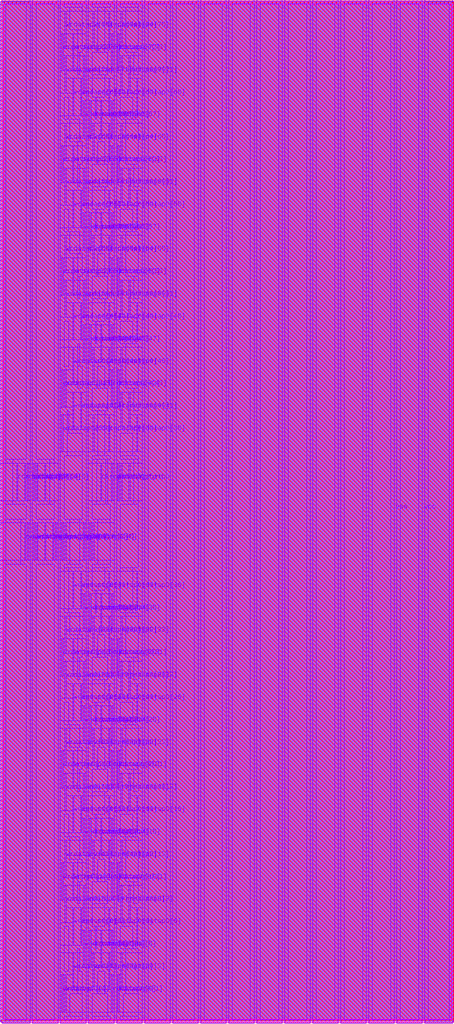
<source format=lef>
VERSION 5.8 ;
BUSBITCHARS "[]" ;
DIVIDERCHAR "/" ;

UNITS
  DATABASE MICRONS 4000 ;
END UNITS

PROPERTYDEFINITIONS
  MACRO hpml_layer STRING ;
  MACRO heml_layer STRING ;
END PROPERTYDEFINITIONS

MACRO arf074b064e1r1w0cbbehsaa4acw
  CLASS BLOCK ;
  FOREIGN arf074b064e1r1w0cbbehsaa4acw ;
  ORIGIN 0 0 ;
  SIZE 14.4 BY 32.64 ;
  PIN ckrdp0
    DIRECTION INPUT ;
    USE SIGNAL ;
    PORT
      LAYER m7 ;
        RECT 3.128 16.68 3.172 17.88 ;
    END
  END ckrdp0
  PIN ckwrp0
    DIRECTION INPUT ;
    USE SIGNAL ;
    PORT
      LAYER m7 ;
        RECT 0.684 14.76 0.728 15.96 ;
    END
  END ckwrp0
  PIN rdaddrp0[0]
    DIRECTION INPUT ;
    USE SIGNAL ;
    PORT
      LAYER m7 ;
        RECT 0.428 16.68 0.472 17.88 ;
    END
  END rdaddrp0[0]
  PIN rdaddrp0[1]
    DIRECTION INPUT ;
    USE SIGNAL ;
    PORT
      LAYER m7 ;
        RECT 0.684 16.68 0.728 17.88 ;
    END
  END rdaddrp0[1]
  PIN rdaddrp0[2]
    DIRECTION INPUT ;
    USE SIGNAL ;
    PORT
      LAYER m7 ;
        RECT 0.772 16.68 0.816 17.88 ;
    END
  END rdaddrp0[2]
  PIN rdaddrp0[3]
    DIRECTION INPUT ;
    USE SIGNAL ;
    PORT
      LAYER m7 ;
        RECT 0.984 16.68 1.028 17.88 ;
    END
  END rdaddrp0[3]
  PIN rdaddrp0[4]
    DIRECTION INPUT ;
    USE SIGNAL ;
    PORT
      LAYER m7 ;
        RECT 1.072 16.68 1.116 17.88 ;
    END
  END rdaddrp0[4]
  PIN rdaddrp0[5]
    DIRECTION INPUT ;
    USE SIGNAL ;
    PORT
      LAYER m7 ;
        RECT 1.328 16.68 1.372 17.88 ;
    END
  END rdaddrp0[5]
  PIN rdaddrp0_fd
    DIRECTION INPUT ;
    USE SIGNAL ;
    PORT
      LAYER m7 ;
        RECT 3.472 16.68 3.516 17.88 ;
    END
  END rdaddrp0_fd
  PIN rdaddrp0_rd
    DIRECTION INPUT ;
    USE SIGNAL ;
    PORT
      LAYER m7 ;
        RECT 3.684 16.68 3.728 17.88 ;
    END
  END rdaddrp0_rd
  PIN rdenp0
    DIRECTION INPUT ;
    USE SIGNAL ;
    PORT
      LAYER m7 ;
        RECT 3.772 16.68 3.816 17.88 ;
    END
  END rdenp0
  PIN sdl_initp0
    DIRECTION INPUT ;
    USE SIGNAL ;
    PORT
      LAYER m7 ;
        RECT 4.028 16.68 4.072 17.88 ;
    END
  END sdl_initp0
  PIN wraddrp0[0]
    DIRECTION INPUT ;
    USE SIGNAL ;
    PORT
      LAYER m7 ;
        RECT 1.672 14.76 1.716 15.96 ;
    END
  END wraddrp0[0]
  PIN wraddrp0[1]
    DIRECTION INPUT ;
    USE SIGNAL ;
    PORT
      LAYER m7 ;
        RECT 1.884 14.76 1.928 15.96 ;
    END
  END wraddrp0[1]
  PIN wraddrp0[2]
    DIRECTION INPUT ;
    USE SIGNAL ;
    PORT
      LAYER m7 ;
        RECT 1.972 14.76 2.016 15.96 ;
    END
  END wraddrp0[2]
  PIN wraddrp0[3]
    DIRECTION INPUT ;
    USE SIGNAL ;
    PORT
      LAYER m7 ;
        RECT 2.572 14.76 2.616 15.96 ;
    END
  END wraddrp0[3]
  PIN wraddrp0[4]
    DIRECTION INPUT ;
    USE SIGNAL ;
    PORT
      LAYER m7 ;
        RECT 2.784 14.76 2.828 15.96 ;
    END
  END wraddrp0[4]
  PIN wraddrp0[5]
    DIRECTION INPUT ;
    USE SIGNAL ;
    PORT
      LAYER m7 ;
        RECT 2.872 14.76 2.916 15.96 ;
    END
  END wraddrp0[5]
  PIN wraddrp0_fd
    DIRECTION INPUT ;
    USE SIGNAL ;
    PORT
      LAYER m7 ;
        RECT 0.772 14.76 0.816 15.96 ;
    END
  END wraddrp0_fd
  PIN wraddrp0_rd
    DIRECTION INPUT ;
    USE SIGNAL ;
    PORT
      LAYER m7 ;
        RECT 0.984 14.76 1.028 15.96 ;
    END
  END wraddrp0_rd
  PIN wrdatap0[0]
    DIRECTION INPUT ;
    USE SIGNAL ;
    PORT
      LAYER m7 ;
        RECT 1.884 0.24 1.928 1.44 ;
    END
  END wrdatap0[0]
  PIN wrdatap0[10]
    DIRECTION INPUT ;
    USE SIGNAL ;
    PORT
      LAYER m7 ;
        RECT 1.884 3.84 1.928 5.04 ;
    END
  END wrdatap0[10]
  PIN wrdatap0[11]
    DIRECTION INPUT ;
    USE SIGNAL ;
    PORT
      LAYER m7 ;
        RECT 2.228 3.84 2.272 5.04 ;
    END
  END wrdatap0[11]
  PIN wrdatap0[12]
    DIRECTION INPUT ;
    USE SIGNAL ;
    PORT
      LAYER m7 ;
        RECT 2.872 4.56 2.916 5.76 ;
    END
  END wrdatap0[12]
  PIN wrdatap0[13]
    DIRECTION INPUT ;
    USE SIGNAL ;
    PORT
      LAYER m7 ;
        RECT 1.972 4.56 2.016 5.76 ;
    END
  END wrdatap0[13]
  PIN wrdatap0[14]
    DIRECTION INPUT ;
    USE SIGNAL ;
    PORT
      LAYER m7 ;
        RECT 2.572 5.28 2.616 6.48 ;
    END
  END wrdatap0[14]
  PIN wrdatap0[15]
    DIRECTION INPUT ;
    USE SIGNAL ;
    PORT
      LAYER m7 ;
        RECT 2.784 5.28 2.828 6.48 ;
    END
  END wrdatap0[15]
  PIN wrdatap0[16]
    DIRECTION INPUT ;
    USE SIGNAL ;
    PORT
      LAYER m7 ;
        RECT 2.228 6 2.272 7.2 ;
    END
  END wrdatap0[16]
  PIN wrdatap0[17]
    DIRECTION INPUT ;
    USE SIGNAL ;
    PORT
      LAYER m7 ;
        RECT 2.484 6 2.528 7.2 ;
    END
  END wrdatap0[17]
  PIN wrdatap0[18]
    DIRECTION INPUT ;
    USE SIGNAL ;
    PORT
      LAYER m7 ;
        RECT 1.972 6.72 2.016 7.92 ;
    END
  END wrdatap0[18]
  PIN wrdatap0[19]
    DIRECTION INPUT ;
    USE SIGNAL ;
    PORT
      LAYER m7 ;
        RECT 2.572 6.72 2.616 7.92 ;
    END
  END wrdatap0[19]
  PIN wrdatap0[1]
    DIRECTION INPUT ;
    USE SIGNAL ;
    PORT
      LAYER m7 ;
        RECT 1.972 0.24 2.016 1.44 ;
    END
  END wrdatap0[1]
  PIN wrdatap0[20]
    DIRECTION INPUT ;
    USE SIGNAL ;
    PORT
      LAYER m7 ;
        RECT 1.884 7.44 1.928 8.64 ;
    END
  END wrdatap0[20]
  PIN wrdatap0[21]
    DIRECTION INPUT ;
    USE SIGNAL ;
    PORT
      LAYER m7 ;
        RECT 2.228 7.44 2.272 8.64 ;
    END
  END wrdatap0[21]
  PIN wrdatap0[22]
    DIRECTION INPUT ;
    USE SIGNAL ;
    PORT
      LAYER m7 ;
        RECT 2.872 8.16 2.916 9.36 ;
    END
  END wrdatap0[22]
  PIN wrdatap0[23]
    DIRECTION INPUT ;
    USE SIGNAL ;
    PORT
      LAYER m7 ;
        RECT 1.972 8.16 2.016 9.36 ;
    END
  END wrdatap0[23]
  PIN wrdatap0[24]
    DIRECTION INPUT ;
    USE SIGNAL ;
    PORT
      LAYER m7 ;
        RECT 2.572 8.88 2.616 10.08 ;
    END
  END wrdatap0[24]
  PIN wrdatap0[25]
    DIRECTION INPUT ;
    USE SIGNAL ;
    PORT
      LAYER m7 ;
        RECT 2.784 8.88 2.828 10.08 ;
    END
  END wrdatap0[25]
  PIN wrdatap0[26]
    DIRECTION INPUT ;
    USE SIGNAL ;
    PORT
      LAYER m7 ;
        RECT 2.228 9.6 2.272 10.8 ;
    END
  END wrdatap0[26]
  PIN wrdatap0[27]
    DIRECTION INPUT ;
    USE SIGNAL ;
    PORT
      LAYER m7 ;
        RECT 2.484 9.6 2.528 10.8 ;
    END
  END wrdatap0[27]
  PIN wrdatap0[28]
    DIRECTION INPUT ;
    USE SIGNAL ;
    PORT
      LAYER m7 ;
        RECT 1.972 10.32 2.016 11.52 ;
    END
  END wrdatap0[28]
  PIN wrdatap0[29]
    DIRECTION INPUT ;
    USE SIGNAL ;
    PORT
      LAYER m7 ;
        RECT 2.572 10.32 2.616 11.52 ;
    END
  END wrdatap0[29]
  PIN wrdatap0[2]
    DIRECTION INPUT ;
    USE SIGNAL ;
    PORT
      LAYER m7 ;
        RECT 2.872 0.96 2.916 2.16 ;
    END
  END wrdatap0[2]
  PIN wrdatap0[30]
    DIRECTION INPUT ;
    USE SIGNAL ;
    PORT
      LAYER m7 ;
        RECT 1.884 11.04 1.928 12.24 ;
    END
  END wrdatap0[30]
  PIN wrdatap0[31]
    DIRECTION INPUT ;
    USE SIGNAL ;
    PORT
      LAYER m7 ;
        RECT 2.228 11.04 2.272 12.24 ;
    END
  END wrdatap0[31]
  PIN wrdatap0[32]
    DIRECTION INPUT ;
    USE SIGNAL ;
    PORT
      LAYER m7 ;
        RECT 2.872 11.76 2.916 12.96 ;
    END
  END wrdatap0[32]
  PIN wrdatap0[33]
    DIRECTION INPUT ;
    USE SIGNAL ;
    PORT
      LAYER m7 ;
        RECT 1.972 11.76 2.016 12.96 ;
    END
  END wrdatap0[33]
  PIN wrdatap0[34]
    DIRECTION INPUT ;
    USE SIGNAL ;
    PORT
      LAYER m7 ;
        RECT 2.572 12.48 2.616 13.68 ;
    END
  END wrdatap0[34]
  PIN wrdatap0[35]
    DIRECTION INPUT ;
    USE SIGNAL ;
    PORT
      LAYER m7 ;
        RECT 2.784 12.48 2.828 13.68 ;
    END
  END wrdatap0[35]
  PIN wrdatap0[36]
    DIRECTION INPUT ;
    USE SIGNAL ;
    PORT
      LAYER m7 ;
        RECT 2.228 13.2 2.272 14.4 ;
    END
  END wrdatap0[36]
  PIN wrdatap0[37]
    DIRECTION INPUT ;
    USE SIGNAL ;
    PORT
      LAYER m7 ;
        RECT 2.484 13.2 2.528 14.4 ;
    END
  END wrdatap0[37]
  PIN wrdatap0[38]
    DIRECTION INPUT ;
    USE SIGNAL ;
    PORT
      LAYER m7 ;
        RECT 2.872 18.24 2.916 19.44 ;
    END
  END wrdatap0[38]
  PIN wrdatap0[39]
    DIRECTION INPUT ;
    USE SIGNAL ;
    PORT
      LAYER m7 ;
        RECT 1.884 18.24 1.928 19.44 ;
    END
  END wrdatap0[39]
  PIN wrdatap0[3]
    DIRECTION INPUT ;
    USE SIGNAL ;
    PORT
      LAYER m7 ;
        RECT 2.228 0.96 2.272 2.16 ;
    END
  END wrdatap0[3]
  PIN wrdatap0[40]
    DIRECTION INPUT ;
    USE SIGNAL ;
    PORT
      LAYER m7 ;
        RECT 2.228 18.96 2.272 20.16 ;
    END
  END wrdatap0[40]
  PIN wrdatap0[41]
    DIRECTION INPUT ;
    USE SIGNAL ;
    PORT
      LAYER m7 ;
        RECT 2.484 18.96 2.528 20.16 ;
    END
  END wrdatap0[41]
  PIN wrdatap0[42]
    DIRECTION INPUT ;
    USE SIGNAL ;
    PORT
      LAYER m7 ;
        RECT 1.884 19.68 1.928 20.88 ;
    END
  END wrdatap0[42]
  PIN wrdatap0[43]
    DIRECTION INPUT ;
    USE SIGNAL ;
    PORT
      LAYER m7 ;
        RECT 1.972 19.68 2.016 20.88 ;
    END
  END wrdatap0[43]
  PIN wrdatap0[44]
    DIRECTION INPUT ;
    USE SIGNAL ;
    PORT
      LAYER m7 ;
        RECT 2.872 20.4 2.916 21.6 ;
    END
  END wrdatap0[44]
  PIN wrdatap0[45]
    DIRECTION INPUT ;
    USE SIGNAL ;
    PORT
      LAYER m7 ;
        RECT 2.228 20.4 2.272 21.6 ;
    END
  END wrdatap0[45]
  PIN wrdatap0[46]
    DIRECTION INPUT ;
    USE SIGNAL ;
    PORT
      LAYER m7 ;
        RECT 2.572 21.12 2.616 22.32 ;
    END
  END wrdatap0[46]
  PIN wrdatap0[47]
    DIRECTION INPUT ;
    USE SIGNAL ;
    PORT
      LAYER m7 ;
        RECT 2.784 21.12 2.828 22.32 ;
    END
  END wrdatap0[47]
  PIN wrdatap0[48]
    DIRECTION INPUT ;
    USE SIGNAL ;
    PORT
      LAYER m7 ;
        RECT 2.228 21.84 2.272 23.04 ;
    END
  END wrdatap0[48]
  PIN wrdatap0[49]
    DIRECTION INPUT ;
    USE SIGNAL ;
    PORT
      LAYER m7 ;
        RECT 2.484 21.84 2.528 23.04 ;
    END
  END wrdatap0[49]
  PIN wrdatap0[4]
    DIRECTION INPUT ;
    USE SIGNAL ;
    PORT
      LAYER m7 ;
        RECT 2.572 1.68 2.616 2.88 ;
    END
  END wrdatap0[4]
  PIN wrdatap0[50]
    DIRECTION INPUT ;
    USE SIGNAL ;
    PORT
      LAYER m7 ;
        RECT 1.972 22.56 2.016 23.76 ;
    END
  END wrdatap0[50]
  PIN wrdatap0[51]
    DIRECTION INPUT ;
    USE SIGNAL ;
    PORT
      LAYER m7 ;
        RECT 2.572 22.56 2.616 23.76 ;
    END
  END wrdatap0[51]
  PIN wrdatap0[52]
    DIRECTION INPUT ;
    USE SIGNAL ;
    PORT
      LAYER m7 ;
        RECT 1.884 23.28 1.928 24.48 ;
    END
  END wrdatap0[52]
  PIN wrdatap0[53]
    DIRECTION INPUT ;
    USE SIGNAL ;
    PORT
      LAYER m7 ;
        RECT 2.228 23.28 2.272 24.48 ;
    END
  END wrdatap0[53]
  PIN wrdatap0[54]
    DIRECTION INPUT ;
    USE SIGNAL ;
    PORT
      LAYER m7 ;
        RECT 2.872 24 2.916 25.2 ;
    END
  END wrdatap0[54]
  PIN wrdatap0[55]
    DIRECTION INPUT ;
    USE SIGNAL ;
    PORT
      LAYER m7 ;
        RECT 1.972 24 2.016 25.2 ;
    END
  END wrdatap0[55]
  PIN wrdatap0[56]
    DIRECTION INPUT ;
    USE SIGNAL ;
    PORT
      LAYER m7 ;
        RECT 2.572 24.72 2.616 25.92 ;
    END
  END wrdatap0[56]
  PIN wrdatap0[57]
    DIRECTION INPUT ;
    USE SIGNAL ;
    PORT
      LAYER m7 ;
        RECT 2.784 24.72 2.828 25.92 ;
    END
  END wrdatap0[57]
  PIN wrdatap0[58]
    DIRECTION INPUT ;
    USE SIGNAL ;
    PORT
      LAYER m7 ;
        RECT 2.228 25.44 2.272 26.64 ;
    END
  END wrdatap0[58]
  PIN wrdatap0[59]
    DIRECTION INPUT ;
    USE SIGNAL ;
    PORT
      LAYER m7 ;
        RECT 2.484 25.44 2.528 26.64 ;
    END
  END wrdatap0[59]
  PIN wrdatap0[5]
    DIRECTION INPUT ;
    USE SIGNAL ;
    PORT
      LAYER m7 ;
        RECT 2.784 1.68 2.828 2.88 ;
    END
  END wrdatap0[5]
  PIN wrdatap0[60]
    DIRECTION INPUT ;
    USE SIGNAL ;
    PORT
      LAYER m7 ;
        RECT 1.972 26.16 2.016 27.36 ;
    END
  END wrdatap0[60]
  PIN wrdatap0[61]
    DIRECTION INPUT ;
    USE SIGNAL ;
    PORT
      LAYER m7 ;
        RECT 2.572 26.16 2.616 27.36 ;
    END
  END wrdatap0[61]
  PIN wrdatap0[62]
    DIRECTION INPUT ;
    USE SIGNAL ;
    PORT
      LAYER m7 ;
        RECT 1.884 26.88 1.928 28.08 ;
    END
  END wrdatap0[62]
  PIN wrdatap0[63]
    DIRECTION INPUT ;
    USE SIGNAL ;
    PORT
      LAYER m7 ;
        RECT 2.228 26.88 2.272 28.08 ;
    END
  END wrdatap0[63]
  PIN wrdatap0[64]
    DIRECTION INPUT ;
    USE SIGNAL ;
    PORT
      LAYER m7 ;
        RECT 2.872 27.6 2.916 28.8 ;
    END
  END wrdatap0[64]
  PIN wrdatap0[65]
    DIRECTION INPUT ;
    USE SIGNAL ;
    PORT
      LAYER m7 ;
        RECT 1.972 27.6 2.016 28.8 ;
    END
  END wrdatap0[65]
  PIN wrdatap0[66]
    DIRECTION INPUT ;
    USE SIGNAL ;
    PORT
      LAYER m7 ;
        RECT 2.572 28.32 2.616 29.52 ;
    END
  END wrdatap0[66]
  PIN wrdatap0[67]
    DIRECTION INPUT ;
    USE SIGNAL ;
    PORT
      LAYER m7 ;
        RECT 2.784 28.32 2.828 29.52 ;
    END
  END wrdatap0[67]
  PIN wrdatap0[68]
    DIRECTION INPUT ;
    USE SIGNAL ;
    PORT
      LAYER m7 ;
        RECT 2.228 29.04 2.272 30.24 ;
    END
  END wrdatap0[68]
  PIN wrdatap0[69]
    DIRECTION INPUT ;
    USE SIGNAL ;
    PORT
      LAYER m7 ;
        RECT 2.484 29.04 2.528 30.24 ;
    END
  END wrdatap0[69]
  PIN wrdatap0[6]
    DIRECTION INPUT ;
    USE SIGNAL ;
    PORT
      LAYER m7 ;
        RECT 2.228 2.4 2.272 3.6 ;
    END
  END wrdatap0[6]
  PIN wrdatap0[70]
    DIRECTION INPUT ;
    USE SIGNAL ;
    PORT
      LAYER m7 ;
        RECT 1.972 29.76 2.016 30.96 ;
    END
  END wrdatap0[70]
  PIN wrdatap0[71]
    DIRECTION INPUT ;
    USE SIGNAL ;
    PORT
      LAYER m7 ;
        RECT 2.572 29.76 2.616 30.96 ;
    END
  END wrdatap0[71]
  PIN wrdatap0[72]
    DIRECTION INPUT ;
    USE SIGNAL ;
    PORT
      LAYER m7 ;
        RECT 1.884 30.48 1.928 31.68 ;
    END
  END wrdatap0[72]
  PIN wrdatap0[73]
    DIRECTION INPUT ;
    USE SIGNAL ;
    PORT
      LAYER m7 ;
        RECT 2.228 30.48 2.272 31.68 ;
    END
  END wrdatap0[73]
  PIN wrdatap0[74]
    DIRECTION INPUT ;
    USE SIGNAL ;
    PORT
      LAYER m7 ;
        RECT 2.872 31.2 2.916 32.4 ;
    END
  END wrdatap0[74]
  PIN wrdatap0[75]
    DIRECTION INPUT ;
    USE SIGNAL ;
    PORT
      LAYER m7 ;
        RECT 1.972 31.2 2.016 32.4 ;
    END
  END wrdatap0[75]
  PIN wrdatap0[7]
    DIRECTION INPUT ;
    USE SIGNAL ;
    PORT
      LAYER m7 ;
        RECT 2.484 2.4 2.528 3.6 ;
    END
  END wrdatap0[7]
  PIN wrdatap0[8]
    DIRECTION INPUT ;
    USE SIGNAL ;
    PORT
      LAYER m7 ;
        RECT 1.972 3.12 2.016 4.32 ;
    END
  END wrdatap0[8]
  PIN wrdatap0[9]
    DIRECTION INPUT ;
    USE SIGNAL ;
    PORT
      LAYER m7 ;
        RECT 2.572 3.12 2.616 4.32 ;
    END
  END wrdatap0[9]
  PIN wrdatap0_fd
    DIRECTION INPUT ;
    USE SIGNAL ;
    PORT
      LAYER m7 ;
        RECT 1.328 14.76 1.372 15.96 ;
    END
  END wrdatap0_fd
  PIN wrdatap0_rd
    DIRECTION INPUT ;
    USE SIGNAL ;
    PORT
      LAYER m7 ;
        RECT 1.584 14.76 1.628 15.96 ;
    END
  END wrdatap0_rd
  PIN wrenp0
    DIRECTION INPUT ;
    USE SIGNAL ;
    PORT
      LAYER m7 ;
        RECT 1.072 14.76 1.116 15.96 ;
    END
  END wrenp0
  PIN rddatap0[0]
    DIRECTION OUTPUT ;
    USE SIGNAL ;
    PORT
      LAYER m7 ;
        RECT 3.472 0.24 3.516 1.44 ;
    END
  END rddatap0[0]
  PIN rddatap0[10]
    DIRECTION OUTPUT ;
    USE SIGNAL ;
    PORT
      LAYER m7 ;
        RECT 3.472 3.84 3.516 5.04 ;
    END
  END rddatap0[10]
  PIN rddatap0[11]
    DIRECTION OUTPUT ;
    USE SIGNAL ;
    PORT
      LAYER m7 ;
        RECT 3.684 3.84 3.728 5.04 ;
    END
  END rddatap0[11]
  PIN rddatap0[12]
    DIRECTION OUTPUT ;
    USE SIGNAL ;
    PORT
      LAYER m7 ;
        RECT 3.384 4.56 3.428 5.76 ;
    END
  END rddatap0[12]
  PIN rddatap0[13]
    DIRECTION OUTPUT ;
    USE SIGNAL ;
    PORT
      LAYER m7 ;
        RECT 3.772 4.56 3.816 5.76 ;
    END
  END rddatap0[13]
  PIN rddatap0[14]
    DIRECTION OUTPUT ;
    USE SIGNAL ;
    PORT
      LAYER m7 ;
        RECT 3.128 5.28 3.172 6.48 ;
    END
  END rddatap0[14]
  PIN rddatap0[15]
    DIRECTION OUTPUT ;
    USE SIGNAL ;
    PORT
      LAYER m7 ;
        RECT 3.472 5.28 3.516 6.48 ;
    END
  END rddatap0[15]
  PIN rddatap0[16]
    DIRECTION OUTPUT ;
    USE SIGNAL ;
    PORT
      LAYER m7 ;
        RECT 4.284 6 4.328 7.2 ;
    END
  END rddatap0[16]
  PIN rddatap0[17]
    DIRECTION OUTPUT ;
    USE SIGNAL ;
    PORT
      LAYER m7 ;
        RECT 3.384 6 3.428 7.2 ;
    END
  END rddatap0[17]
  PIN rddatap0[18]
    DIRECTION OUTPUT ;
    USE SIGNAL ;
    PORT
      LAYER m7 ;
        RECT 3.772 6.72 3.816 7.92 ;
    END
  END rddatap0[18]
  PIN rddatap0[19]
    DIRECTION OUTPUT ;
    USE SIGNAL ;
    PORT
      LAYER m7 ;
        RECT 4.028 6.72 4.072 7.92 ;
    END
  END rddatap0[19]
  PIN rddatap0[1]
    DIRECTION OUTPUT ;
    USE SIGNAL ;
    PORT
      LAYER m7 ;
        RECT 3.684 0.24 3.728 1.44 ;
    END
  END rddatap0[1]
  PIN rddatap0[20]
    DIRECTION OUTPUT ;
    USE SIGNAL ;
    PORT
      LAYER m7 ;
        RECT 3.472 7.44 3.516 8.64 ;
    END
  END rddatap0[20]
  PIN rddatap0[21]
    DIRECTION OUTPUT ;
    USE SIGNAL ;
    PORT
      LAYER m7 ;
        RECT 3.684 7.44 3.728 8.64 ;
    END
  END rddatap0[21]
  PIN rddatap0[22]
    DIRECTION OUTPUT ;
    USE SIGNAL ;
    PORT
      LAYER m7 ;
        RECT 3.384 8.16 3.428 9.36 ;
    END
  END rddatap0[22]
  PIN rddatap0[23]
    DIRECTION OUTPUT ;
    USE SIGNAL ;
    PORT
      LAYER m7 ;
        RECT 3.772 8.16 3.816 9.36 ;
    END
  END rddatap0[23]
  PIN rddatap0[24]
    DIRECTION OUTPUT ;
    USE SIGNAL ;
    PORT
      LAYER m7 ;
        RECT 3.128 8.88 3.172 10.08 ;
    END
  END rddatap0[24]
  PIN rddatap0[25]
    DIRECTION OUTPUT ;
    USE SIGNAL ;
    PORT
      LAYER m7 ;
        RECT 3.472 8.88 3.516 10.08 ;
    END
  END rddatap0[25]
  PIN rddatap0[26]
    DIRECTION OUTPUT ;
    USE SIGNAL ;
    PORT
      LAYER m7 ;
        RECT 4.284 9.6 4.328 10.8 ;
    END
  END rddatap0[26]
  PIN rddatap0[27]
    DIRECTION OUTPUT ;
    USE SIGNAL ;
    PORT
      LAYER m7 ;
        RECT 3.384 9.6 3.428 10.8 ;
    END
  END rddatap0[27]
  PIN rddatap0[28]
    DIRECTION OUTPUT ;
    USE SIGNAL ;
    PORT
      LAYER m7 ;
        RECT 3.772 10.32 3.816 11.52 ;
    END
  END rddatap0[28]
  PIN rddatap0[29]
    DIRECTION OUTPUT ;
    USE SIGNAL ;
    PORT
      LAYER m7 ;
        RECT 4.028 10.32 4.072 11.52 ;
    END
  END rddatap0[29]
  PIN rddatap0[2]
    DIRECTION OUTPUT ;
    USE SIGNAL ;
    PORT
      LAYER m7 ;
        RECT 3.384 0.96 3.428 2.16 ;
    END
  END rddatap0[2]
  PIN rddatap0[30]
    DIRECTION OUTPUT ;
    USE SIGNAL ;
    PORT
      LAYER m7 ;
        RECT 3.472 11.04 3.516 12.24 ;
    END
  END rddatap0[30]
  PIN rddatap0[31]
    DIRECTION OUTPUT ;
    USE SIGNAL ;
    PORT
      LAYER m7 ;
        RECT 3.684 11.04 3.728 12.24 ;
    END
  END rddatap0[31]
  PIN rddatap0[32]
    DIRECTION OUTPUT ;
    USE SIGNAL ;
    PORT
      LAYER m7 ;
        RECT 3.384 11.76 3.428 12.96 ;
    END
  END rddatap0[32]
  PIN rddatap0[33]
    DIRECTION OUTPUT ;
    USE SIGNAL ;
    PORT
      LAYER m7 ;
        RECT 3.772 11.76 3.816 12.96 ;
    END
  END rddatap0[33]
  PIN rddatap0[34]
    DIRECTION OUTPUT ;
    USE SIGNAL ;
    PORT
      LAYER m7 ;
        RECT 3.128 12.48 3.172 13.68 ;
    END
  END rddatap0[34]
  PIN rddatap0[35]
    DIRECTION OUTPUT ;
    USE SIGNAL ;
    PORT
      LAYER m7 ;
        RECT 3.472 12.48 3.516 13.68 ;
    END
  END rddatap0[35]
  PIN rddatap0[36]
    DIRECTION OUTPUT ;
    USE SIGNAL ;
    PORT
      LAYER m7 ;
        RECT 4.284 13.2 4.328 14.4 ;
    END
  END rddatap0[36]
  PIN rddatap0[37]
    DIRECTION OUTPUT ;
    USE SIGNAL ;
    PORT
      LAYER m7 ;
        RECT 3.384 13.2 3.428 14.4 ;
    END
  END rddatap0[37]
  PIN rddatap0[38]
    DIRECTION OUTPUT ;
    USE SIGNAL ;
    PORT
      LAYER m7 ;
        RECT 4.284 18.24 4.328 19.44 ;
    END
  END rddatap0[38]
  PIN rddatap0[39]
    DIRECTION OUTPUT ;
    USE SIGNAL ;
    PORT
      LAYER m7 ;
        RECT 3.384 18.24 3.428 19.44 ;
    END
  END rddatap0[39]
  PIN rddatap0[3]
    DIRECTION OUTPUT ;
    USE SIGNAL ;
    PORT
      LAYER m7 ;
        RECT 3.772 0.96 3.816 2.16 ;
    END
  END rddatap0[3]
  PIN rddatap0[40]
    DIRECTION OUTPUT ;
    USE SIGNAL ;
    PORT
      LAYER m7 ;
        RECT 3.772 18.96 3.816 20.16 ;
    END
  END rddatap0[40]
  PIN rddatap0[41]
    DIRECTION OUTPUT ;
    USE SIGNAL ;
    PORT
      LAYER m7 ;
        RECT 4.028 18.96 4.072 20.16 ;
    END
  END rddatap0[41]
  PIN rddatap0[42]
    DIRECTION OUTPUT ;
    USE SIGNAL ;
    PORT
      LAYER m7 ;
        RECT 3.472 19.68 3.516 20.88 ;
    END
  END rddatap0[42]
  PIN rddatap0[43]
    DIRECTION OUTPUT ;
    USE SIGNAL ;
    PORT
      LAYER m7 ;
        RECT 3.684 19.68 3.728 20.88 ;
    END
  END rddatap0[43]
  PIN rddatap0[44]
    DIRECTION OUTPUT ;
    USE SIGNAL ;
    PORT
      LAYER m7 ;
        RECT 3.384 20.4 3.428 21.6 ;
    END
  END rddatap0[44]
  PIN rddatap0[45]
    DIRECTION OUTPUT ;
    USE SIGNAL ;
    PORT
      LAYER m7 ;
        RECT 3.772 20.4 3.816 21.6 ;
    END
  END rddatap0[45]
  PIN rddatap0[46]
    DIRECTION OUTPUT ;
    USE SIGNAL ;
    PORT
      LAYER m7 ;
        RECT 3.128 21.12 3.172 22.32 ;
    END
  END rddatap0[46]
  PIN rddatap0[47]
    DIRECTION OUTPUT ;
    USE SIGNAL ;
    PORT
      LAYER m7 ;
        RECT 3.472 21.12 3.516 22.32 ;
    END
  END rddatap0[47]
  PIN rddatap0[48]
    DIRECTION OUTPUT ;
    USE SIGNAL ;
    PORT
      LAYER m7 ;
        RECT 4.284 21.84 4.328 23.04 ;
    END
  END rddatap0[48]
  PIN rddatap0[49]
    DIRECTION OUTPUT ;
    USE SIGNAL ;
    PORT
      LAYER m7 ;
        RECT 3.384 21.84 3.428 23.04 ;
    END
  END rddatap0[49]
  PIN rddatap0[4]
    DIRECTION OUTPUT ;
    USE SIGNAL ;
    PORT
      LAYER m7 ;
        RECT 3.128 1.68 3.172 2.88 ;
    END
  END rddatap0[4]
  PIN rddatap0[50]
    DIRECTION OUTPUT ;
    USE SIGNAL ;
    PORT
      LAYER m7 ;
        RECT 3.772 22.56 3.816 23.76 ;
    END
  END rddatap0[50]
  PIN rddatap0[51]
    DIRECTION OUTPUT ;
    USE SIGNAL ;
    PORT
      LAYER m7 ;
        RECT 4.028 22.56 4.072 23.76 ;
    END
  END rddatap0[51]
  PIN rddatap0[52]
    DIRECTION OUTPUT ;
    USE SIGNAL ;
    PORT
      LAYER m7 ;
        RECT 3.472 23.28 3.516 24.48 ;
    END
  END rddatap0[52]
  PIN rddatap0[53]
    DIRECTION OUTPUT ;
    USE SIGNAL ;
    PORT
      LAYER m7 ;
        RECT 3.684 23.28 3.728 24.48 ;
    END
  END rddatap0[53]
  PIN rddatap0[54]
    DIRECTION OUTPUT ;
    USE SIGNAL ;
    PORT
      LAYER m7 ;
        RECT 3.384 24 3.428 25.2 ;
    END
  END rddatap0[54]
  PIN rddatap0[55]
    DIRECTION OUTPUT ;
    USE SIGNAL ;
    PORT
      LAYER m7 ;
        RECT 3.772 24 3.816 25.2 ;
    END
  END rddatap0[55]
  PIN rddatap0[56]
    DIRECTION OUTPUT ;
    USE SIGNAL ;
    PORT
      LAYER m7 ;
        RECT 3.128 24.72 3.172 25.92 ;
    END
  END rddatap0[56]
  PIN rddatap0[57]
    DIRECTION OUTPUT ;
    USE SIGNAL ;
    PORT
      LAYER m7 ;
        RECT 3.472 24.72 3.516 25.92 ;
    END
  END rddatap0[57]
  PIN rddatap0[58]
    DIRECTION OUTPUT ;
    USE SIGNAL ;
    PORT
      LAYER m7 ;
        RECT 4.284 25.44 4.328 26.64 ;
    END
  END rddatap0[58]
  PIN rddatap0[59]
    DIRECTION OUTPUT ;
    USE SIGNAL ;
    PORT
      LAYER m7 ;
        RECT 3.384 25.44 3.428 26.64 ;
    END
  END rddatap0[59]
  PIN rddatap0[5]
    DIRECTION OUTPUT ;
    USE SIGNAL ;
    PORT
      LAYER m7 ;
        RECT 3.472 1.68 3.516 2.88 ;
    END
  END rddatap0[5]
  PIN rddatap0[60]
    DIRECTION OUTPUT ;
    USE SIGNAL ;
    PORT
      LAYER m7 ;
        RECT 3.772 26.16 3.816 27.36 ;
    END
  END rddatap0[60]
  PIN rddatap0[61]
    DIRECTION OUTPUT ;
    USE SIGNAL ;
    PORT
      LAYER m7 ;
        RECT 4.028 26.16 4.072 27.36 ;
    END
  END rddatap0[61]
  PIN rddatap0[62]
    DIRECTION OUTPUT ;
    USE SIGNAL ;
    PORT
      LAYER m7 ;
        RECT 3.472 26.88 3.516 28.08 ;
    END
  END rddatap0[62]
  PIN rddatap0[63]
    DIRECTION OUTPUT ;
    USE SIGNAL ;
    PORT
      LAYER m7 ;
        RECT 3.684 26.88 3.728 28.08 ;
    END
  END rddatap0[63]
  PIN rddatap0[64]
    DIRECTION OUTPUT ;
    USE SIGNAL ;
    PORT
      LAYER m7 ;
        RECT 3.384 27.6 3.428 28.8 ;
    END
  END rddatap0[64]
  PIN rddatap0[65]
    DIRECTION OUTPUT ;
    USE SIGNAL ;
    PORT
      LAYER m7 ;
        RECT 3.772 27.6 3.816 28.8 ;
    END
  END rddatap0[65]
  PIN rddatap0[66]
    DIRECTION OUTPUT ;
    USE SIGNAL ;
    PORT
      LAYER m7 ;
        RECT 3.128 28.32 3.172 29.52 ;
    END
  END rddatap0[66]
  PIN rddatap0[67]
    DIRECTION OUTPUT ;
    USE SIGNAL ;
    PORT
      LAYER m7 ;
        RECT 3.472 28.32 3.516 29.52 ;
    END
  END rddatap0[67]
  PIN rddatap0[68]
    DIRECTION OUTPUT ;
    USE SIGNAL ;
    PORT
      LAYER m7 ;
        RECT 4.284 29.04 4.328 30.24 ;
    END
  END rddatap0[68]
  PIN rddatap0[69]
    DIRECTION OUTPUT ;
    USE SIGNAL ;
    PORT
      LAYER m7 ;
        RECT 3.384 29.04 3.428 30.24 ;
    END
  END rddatap0[69]
  PIN rddatap0[6]
    DIRECTION OUTPUT ;
    USE SIGNAL ;
    PORT
      LAYER m7 ;
        RECT 4.284 2.4 4.328 3.6 ;
    END
  END rddatap0[6]
  PIN rddatap0[70]
    DIRECTION OUTPUT ;
    USE SIGNAL ;
    PORT
      LAYER m7 ;
        RECT 3.772 29.76 3.816 30.96 ;
    END
  END rddatap0[70]
  PIN rddatap0[71]
    DIRECTION OUTPUT ;
    USE SIGNAL ;
    PORT
      LAYER m7 ;
        RECT 4.028 29.76 4.072 30.96 ;
    END
  END rddatap0[71]
  PIN rddatap0[72]
    DIRECTION OUTPUT ;
    USE SIGNAL ;
    PORT
      LAYER m7 ;
        RECT 3.472 30.48 3.516 31.68 ;
    END
  END rddatap0[72]
  PIN rddatap0[73]
    DIRECTION OUTPUT ;
    USE SIGNAL ;
    PORT
      LAYER m7 ;
        RECT 3.684 30.48 3.728 31.68 ;
    END
  END rddatap0[73]
  PIN rddatap0[74]
    DIRECTION OUTPUT ;
    USE SIGNAL ;
    PORT
      LAYER m7 ;
        RECT 3.384 31.2 3.428 32.4 ;
    END
  END rddatap0[74]
  PIN rddatap0[75]
    DIRECTION OUTPUT ;
    USE SIGNAL ;
    PORT
      LAYER m7 ;
        RECT 3.772 31.2 3.816 32.4 ;
    END
  END rddatap0[75]
  PIN rddatap0[7]
    DIRECTION OUTPUT ;
    USE SIGNAL ;
    PORT
      LAYER m7 ;
        RECT 3.384 2.4 3.428 3.6 ;
    END
  END rddatap0[7]
  PIN rddatap0[8]
    DIRECTION OUTPUT ;
    USE SIGNAL ;
    PORT
      LAYER m7 ;
        RECT 3.772 3.12 3.816 4.32 ;
    END
  END rddatap0[8]
  PIN rddatap0[9]
    DIRECTION OUTPUT ;
    USE SIGNAL ;
    PORT
      LAYER m7 ;
        RECT 4.028 3.12 4.072 4.32 ;
    END
  END rddatap0[9]
  PIN vcc
    DIRECTION INPUT ;
    USE POWER ;
    PORT
      LAYER m7 ;
        RECT 0.862 0.06 0.938 32.58 ;
        RECT 2.662 0.06 2.738 32.58 ;
        RECT 4.462 0.06 4.538 32.58 ;
        RECT 6.262 0.06 6.338 32.58 ;
        RECT 8.062 0.06 8.138 32.58 ;
        RECT 9.862 0.06 9.938 32.58 ;
        RECT 11.662 0.06 11.738 32.58 ;
        RECT 13.462 0.06 13.538 32.58 ;
    END
  END vcc
  PIN vss
    DIRECTION INOUT ;
    USE GROUND ;
    PORT
      LAYER m7 ;
        RECT 1.762 0.06 1.838 32.58 ;
        RECT 3.562 0.06 3.638 32.58 ;
        RECT 5.362 0.06 5.438 32.58 ;
        RECT 7.162 0.06 7.238 32.58 ;
        RECT 8.962 0.06 9.038 32.58 ;
        RECT 10.762 0.06 10.838 32.58 ;
        RECT 12.562 0.06 12.638 32.58 ;
    END
  END vss
  OBS
    LAYER m0 SPACING 0 ;
      RECT -0.016 -0.014 14.416 32.654 ;
    LAYER m1 SPACING 0 ;
      RECT -0.02 -0.02 14.42 32.66 ;
    LAYER m2 SPACING 0 ;
      RECT -0.0705 -0.038 14.4705 32.678 ;
    LAYER m3 SPACING 0 ;
      RECT -0.035 -0.07 14.435 32.71 ;
    LAYER m4 SPACING 0 ;
      RECT -0.07 -0.038 14.47 32.678 ;
    LAYER m5 SPACING 0 ;
      RECT -0.059 -0.09 14.459 32.73 ;
    LAYER m6 SPACING 0 ;
      RECT -0.09 -0.062 14.49 32.702 ;
    LAYER m7 SPACING 0 ;
      RECT 13.538 32.7 14.44 32.76 ;
      RECT 13.538 -0.06 14.492 32.7 ;
      RECT 13.538 -0.12 14.44 -0.06 ;
      RECT 12.638 -0.12 13.462 32.76 ;
      RECT 11.738 -0.12 12.562 32.76 ;
      RECT 10.838 -0.12 11.662 32.76 ;
      RECT 9.938 -0.12 10.762 32.76 ;
      RECT 9.038 -0.12 9.862 32.76 ;
      RECT 8.138 -0.12 8.962 32.76 ;
      RECT 7.238 -0.12 8.062 32.76 ;
      RECT 6.338 -0.12 7.162 32.76 ;
      RECT 5.438 -0.12 6.262 32.76 ;
      RECT 4.538 -0.12 5.362 32.76 ;
      RECT 3.638 32.4 4.462 32.76 ;
      RECT 3.638 31.68 3.772 32.4 ;
      RECT 3.816 31.2 4.462 32.4 ;
      RECT 3.728 31.2 3.772 31.68 ;
      RECT 3.728 30.96 4.462 31.2 ;
      RECT 3.638 30.48 3.684 31.68 ;
      RECT 3.728 30.48 3.772 30.96 ;
      RECT 4.072 30.24 4.462 30.96 ;
      RECT 3.816 29.76 4.028 30.96 ;
      RECT 3.638 29.76 3.772 30.48 ;
      RECT 4.072 29.76 4.284 30.24 ;
      RECT 4.328 29.04 4.462 30.24 ;
      RECT 3.638 29.04 4.284 29.76 ;
      RECT 3.638 28.8 4.462 29.04 ;
      RECT 3.638 28.08 3.772 28.8 ;
      RECT 3.816 27.6 4.462 28.8 ;
      RECT 3.728 27.6 3.772 28.08 ;
      RECT 3.728 27.36 4.462 27.6 ;
      RECT 3.638 26.88 3.684 28.08 ;
      RECT 3.728 26.88 3.772 27.36 ;
      RECT 4.072 26.64 4.462 27.36 ;
      RECT 3.816 26.16 4.028 27.36 ;
      RECT 3.638 26.16 3.772 26.88 ;
      RECT 4.072 26.16 4.284 26.64 ;
      RECT 4.328 25.44 4.462 26.64 ;
      RECT 3.638 25.44 4.284 26.16 ;
      RECT 3.638 25.2 4.462 25.44 ;
      RECT 3.638 24.48 3.772 25.2 ;
      RECT 3.816 24 4.462 25.2 ;
      RECT 3.728 24 3.772 24.48 ;
      RECT 3.728 23.76 4.462 24 ;
      RECT 3.638 23.28 3.684 24.48 ;
      RECT 3.728 23.28 3.772 23.76 ;
      RECT 4.072 23.04 4.462 23.76 ;
      RECT 3.816 22.56 4.028 23.76 ;
      RECT 3.638 22.56 3.772 23.28 ;
      RECT 4.072 22.56 4.284 23.04 ;
      RECT 4.328 21.84 4.462 23.04 ;
      RECT 3.638 21.84 4.284 22.56 ;
      RECT 3.638 21.6 4.462 21.84 ;
      RECT 3.638 20.88 3.772 21.6 ;
      RECT 3.816 20.4 4.462 21.6 ;
      RECT 3.728 20.4 3.772 20.88 ;
      RECT 3.728 20.16 4.462 20.4 ;
      RECT 3.638 19.68 3.684 20.88 ;
      RECT 3.728 19.68 3.772 20.16 ;
      RECT 4.072 19.44 4.462 20.16 ;
      RECT 3.816 18.96 4.028 20.16 ;
      RECT 3.638 18.96 3.772 19.68 ;
      RECT 4.072 18.96 4.284 19.44 ;
      RECT 4.328 18.24 4.462 19.44 ;
      RECT 3.638 18.24 4.284 18.96 ;
      RECT 3.638 17.88 4.462 18.24 ;
      RECT 3.638 16.68 3.684 17.88 ;
      RECT 3.728 16.68 3.772 17.88 ;
      RECT 3.816 16.68 4.028 17.88 ;
      RECT 4.072 16.68 4.462 17.88 ;
      RECT 3.638 14.4 4.462 16.68 ;
      RECT 3.638 13.2 4.284 14.4 ;
      RECT 4.328 13.2 4.462 14.4 ;
      RECT 3.638 12.96 4.462 13.2 ;
      RECT 3.638 12.24 3.772 12.96 ;
      RECT 3.816 11.76 4.462 12.96 ;
      RECT 3.728 11.76 3.772 12.24 ;
      RECT 3.728 11.52 4.462 11.76 ;
      RECT 3.638 11.04 3.684 12.24 ;
      RECT 3.728 11.04 3.772 11.52 ;
      RECT 4.072 10.8 4.462 11.52 ;
      RECT 3.816 10.32 4.028 11.52 ;
      RECT 3.638 10.32 3.772 11.04 ;
      RECT 4.072 10.32 4.284 10.8 ;
      RECT 4.328 9.6 4.462 10.8 ;
      RECT 3.638 9.6 4.284 10.32 ;
      RECT 3.638 9.36 4.462 9.6 ;
      RECT 3.638 8.64 3.772 9.36 ;
      RECT 3.816 8.16 4.462 9.36 ;
      RECT 3.728 8.16 3.772 8.64 ;
      RECT 3.728 7.92 4.462 8.16 ;
      RECT 3.638 7.44 3.684 8.64 ;
      RECT 3.728 7.44 3.772 7.92 ;
      RECT 4.072 7.2 4.462 7.92 ;
      RECT 3.816 6.72 4.028 7.92 ;
      RECT 3.638 6.72 3.772 7.44 ;
      RECT 4.072 6.72 4.284 7.2 ;
      RECT 4.328 6 4.462 7.2 ;
      RECT 3.638 6 4.284 6.72 ;
      RECT 3.638 5.76 4.462 6 ;
      RECT 3.638 5.04 3.772 5.76 ;
      RECT 3.816 4.56 4.462 5.76 ;
      RECT 3.728 4.56 3.772 5.04 ;
      RECT 3.728 4.32 4.462 4.56 ;
      RECT 3.638 3.84 3.684 5.04 ;
      RECT 3.728 3.84 3.772 4.32 ;
      RECT 4.072 3.6 4.462 4.32 ;
      RECT 3.816 3.12 4.028 4.32 ;
      RECT 3.638 3.12 3.772 3.84 ;
      RECT 4.072 3.12 4.284 3.6 ;
      RECT 4.328 2.4 4.462 3.6 ;
      RECT 3.638 2.4 4.284 3.12 ;
      RECT 3.638 2.16 4.462 2.4 ;
      RECT 3.638 1.44 3.772 2.16 ;
      RECT 3.816 0.96 4.462 2.16 ;
      RECT 3.728 0.96 3.772 1.44 ;
      RECT 3.638 0.24 3.684 1.44 ;
      RECT 3.728 0.24 4.462 0.96 ;
      RECT 3.638 -0.12 4.462 0.24 ;
      RECT 2.738 32.4 3.562 32.76 ;
      RECT 3.428 31.68 3.562 32.4 ;
      RECT 2.738 31.2 2.872 32.4 ;
      RECT 2.916 31.2 3.384 32.4 ;
      RECT 3.428 31.2 3.472 31.68 ;
      RECT 3.516 30.48 3.562 31.68 ;
      RECT 2.738 30.48 3.472 31.2 ;
      RECT 2.738 30.24 3.562 30.48 ;
      RECT 2.738 29.52 3.384 30.24 ;
      RECT 3.428 29.52 3.562 30.24 ;
      RECT 3.172 29.04 3.384 29.52 ;
      RECT 3.428 29.04 3.472 29.52 ;
      RECT 2.828 28.8 3.128 29.52 ;
      RECT 3.172 28.8 3.472 29.04 ;
      RECT 2.738 28.32 2.784 29.52 ;
      RECT 3.516 28.32 3.562 29.52 ;
      RECT 2.828 28.32 2.872 28.8 ;
      RECT 2.916 28.32 3.128 28.8 ;
      RECT 3.172 28.32 3.384 28.8 ;
      RECT 3.428 28.32 3.472 28.8 ;
      RECT 3.428 28.08 3.562 28.32 ;
      RECT 2.738 27.6 2.872 28.32 ;
      RECT 2.916 27.6 3.384 28.32 ;
      RECT 3.428 27.6 3.472 28.08 ;
      RECT 3.516 26.88 3.562 28.08 ;
      RECT 2.738 26.88 3.472 27.6 ;
      RECT 2.738 26.64 3.562 26.88 ;
      RECT 2.738 25.92 3.384 26.64 ;
      RECT 3.428 25.92 3.562 26.64 ;
      RECT 3.172 25.44 3.384 25.92 ;
      RECT 3.428 25.44 3.472 25.92 ;
      RECT 2.828 25.2 3.128 25.92 ;
      RECT 3.172 25.2 3.472 25.44 ;
      RECT 2.738 24.72 2.784 25.92 ;
      RECT 3.516 24.72 3.562 25.92 ;
      RECT 2.828 24.72 2.872 25.2 ;
      RECT 2.916 24.72 3.128 25.2 ;
      RECT 3.172 24.72 3.384 25.2 ;
      RECT 3.428 24.72 3.472 25.2 ;
      RECT 3.428 24.48 3.562 24.72 ;
      RECT 2.738 24 2.872 24.72 ;
      RECT 2.916 24 3.384 24.72 ;
      RECT 3.428 24 3.472 24.48 ;
      RECT 3.516 23.28 3.562 24.48 ;
      RECT 2.738 23.28 3.472 24 ;
      RECT 2.738 23.04 3.562 23.28 ;
      RECT 2.738 22.32 3.384 23.04 ;
      RECT 3.428 22.32 3.562 23.04 ;
      RECT 3.172 21.84 3.384 22.32 ;
      RECT 3.428 21.84 3.472 22.32 ;
      RECT 2.828 21.6 3.128 22.32 ;
      RECT 3.172 21.6 3.472 21.84 ;
      RECT 2.738 21.12 2.784 22.32 ;
      RECT 3.516 21.12 3.562 22.32 ;
      RECT 2.828 21.12 2.872 21.6 ;
      RECT 2.916 21.12 3.128 21.6 ;
      RECT 3.172 21.12 3.384 21.6 ;
      RECT 3.428 21.12 3.472 21.6 ;
      RECT 3.428 20.88 3.562 21.12 ;
      RECT 2.738 20.4 2.872 21.12 ;
      RECT 2.916 20.4 3.384 21.12 ;
      RECT 3.428 20.4 3.472 20.88 ;
      RECT 3.516 19.68 3.562 20.88 ;
      RECT 2.738 19.68 3.472 20.4 ;
      RECT 2.738 19.44 3.562 19.68 ;
      RECT 2.738 18.24 2.872 19.44 ;
      RECT 2.916 18.24 3.384 19.44 ;
      RECT 3.428 18.24 3.562 19.44 ;
      RECT 2.738 17.88 3.562 18.24 ;
      RECT 2.738 16.68 3.128 17.88 ;
      RECT 3.172 16.68 3.472 17.88 ;
      RECT 3.516 16.68 3.562 17.88 ;
      RECT 2.738 15.96 3.562 16.68 ;
      RECT 2.738 14.76 2.784 15.96 ;
      RECT 2.828 14.76 2.872 15.96 ;
      RECT 2.916 14.76 3.562 15.96 ;
      RECT 2.738 14.4 3.562 14.76 ;
      RECT 2.738 13.68 3.384 14.4 ;
      RECT 3.428 13.68 3.562 14.4 ;
      RECT 3.172 13.2 3.384 13.68 ;
      RECT 3.428 13.2 3.472 13.68 ;
      RECT 2.828 12.96 3.128 13.68 ;
      RECT 3.172 12.96 3.472 13.2 ;
      RECT 2.738 12.48 2.784 13.68 ;
      RECT 3.516 12.48 3.562 13.68 ;
      RECT 2.828 12.48 2.872 12.96 ;
      RECT 2.916 12.48 3.128 12.96 ;
      RECT 3.172 12.48 3.384 12.96 ;
      RECT 3.428 12.48 3.472 12.96 ;
      RECT 3.428 12.24 3.562 12.48 ;
      RECT 2.738 11.76 2.872 12.48 ;
      RECT 2.916 11.76 3.384 12.48 ;
      RECT 3.428 11.76 3.472 12.24 ;
      RECT 3.516 11.04 3.562 12.24 ;
      RECT 2.738 11.04 3.472 11.76 ;
      RECT 2.738 10.8 3.562 11.04 ;
      RECT 2.738 10.08 3.384 10.8 ;
      RECT 3.428 10.08 3.562 10.8 ;
      RECT 3.172 9.6 3.384 10.08 ;
      RECT 3.428 9.6 3.472 10.08 ;
      RECT 2.828 9.36 3.128 10.08 ;
      RECT 3.172 9.36 3.472 9.6 ;
      RECT 2.738 8.88 2.784 10.08 ;
      RECT 3.516 8.88 3.562 10.08 ;
      RECT 2.828 8.88 2.872 9.36 ;
      RECT 2.916 8.88 3.128 9.36 ;
      RECT 3.172 8.88 3.384 9.36 ;
      RECT 3.428 8.88 3.472 9.36 ;
      RECT 3.428 8.64 3.562 8.88 ;
      RECT 2.738 8.16 2.872 8.88 ;
      RECT 2.916 8.16 3.384 8.88 ;
      RECT 3.428 8.16 3.472 8.64 ;
      RECT 3.516 7.44 3.562 8.64 ;
      RECT 2.738 7.44 3.472 8.16 ;
      RECT 2.738 7.2 3.562 7.44 ;
      RECT 2.738 6.48 3.384 7.2 ;
      RECT 3.428 6.48 3.562 7.2 ;
      RECT 3.172 6 3.384 6.48 ;
      RECT 3.428 6 3.472 6.48 ;
      RECT 2.828 5.76 3.128 6.48 ;
      RECT 3.172 5.76 3.472 6 ;
      RECT 2.738 5.28 2.784 6.48 ;
      RECT 3.516 5.28 3.562 6.48 ;
      RECT 2.828 5.28 2.872 5.76 ;
      RECT 2.916 5.28 3.128 5.76 ;
      RECT 3.172 5.28 3.384 5.76 ;
      RECT 3.428 5.28 3.472 5.76 ;
      RECT 3.428 5.04 3.562 5.28 ;
      RECT 2.738 4.56 2.872 5.28 ;
      RECT 2.916 4.56 3.384 5.28 ;
      RECT 3.428 4.56 3.472 5.04 ;
      RECT 3.516 3.84 3.562 5.04 ;
      RECT 2.738 3.84 3.472 4.56 ;
      RECT 2.738 3.6 3.562 3.84 ;
      RECT 2.738 2.88 3.384 3.6 ;
      RECT 3.428 2.88 3.562 3.6 ;
      RECT 3.172 2.4 3.384 2.88 ;
      RECT 3.428 2.4 3.472 2.88 ;
      RECT 2.828 2.16 3.128 2.88 ;
      RECT 3.172 2.16 3.472 2.4 ;
      RECT 2.738 1.68 2.784 2.88 ;
      RECT 3.516 1.68 3.562 2.88 ;
      RECT 2.828 1.68 2.872 2.16 ;
      RECT 2.916 1.68 3.128 2.16 ;
      RECT 3.172 1.68 3.384 2.16 ;
      RECT 3.428 1.68 3.472 2.16 ;
      RECT 3.428 1.44 3.562 1.68 ;
      RECT 2.738 0.96 2.872 1.68 ;
      RECT 2.916 0.96 3.384 1.68 ;
      RECT 3.428 0.96 3.472 1.44 ;
      RECT 3.516 0.24 3.562 1.44 ;
      RECT 2.738 0.24 3.472 0.96 ;
      RECT 2.738 -0.12 3.562 0.24 ;
      RECT 1.838 32.4 2.662 32.76 ;
      RECT 1.838 31.68 1.972 32.4 ;
      RECT 2.016 31.68 2.662 32.4 ;
      RECT 1.928 31.2 1.972 31.68 ;
      RECT 2.016 31.2 2.228 31.68 ;
      RECT 2.272 30.96 2.662 31.68 ;
      RECT 1.928 30.96 2.228 31.2 ;
      RECT 1.838 30.48 1.884 31.68 ;
      RECT 1.928 30.48 1.972 30.96 ;
      RECT 2.016 30.48 2.228 30.96 ;
      RECT 2.272 30.48 2.572 30.96 ;
      RECT 2.016 30.24 2.572 30.48 ;
      RECT 2.616 29.76 2.662 30.96 ;
      RECT 1.838 29.76 1.972 30.48 ;
      RECT 2.016 29.76 2.228 30.24 ;
      RECT 2.528 29.76 2.572 30.24 ;
      RECT 2.528 29.52 2.662 29.76 ;
      RECT 2.272 29.04 2.484 30.24 ;
      RECT 1.838 29.04 2.228 29.76 ;
      RECT 2.528 29.04 2.572 29.52 ;
      RECT 1.838 28.8 2.572 29.04 ;
      RECT 2.616 28.32 2.662 29.52 ;
      RECT 2.016 28.32 2.572 28.8 ;
      RECT 1.838 28.08 1.972 28.8 ;
      RECT 2.016 28.08 2.662 28.32 ;
      RECT 1.928 27.6 1.972 28.08 ;
      RECT 2.016 27.6 2.228 28.08 ;
      RECT 2.272 27.36 2.662 28.08 ;
      RECT 1.928 27.36 2.228 27.6 ;
      RECT 1.838 26.88 1.884 28.08 ;
      RECT 1.928 26.88 1.972 27.36 ;
      RECT 2.016 26.88 2.228 27.36 ;
      RECT 2.272 26.88 2.572 27.36 ;
      RECT 2.016 26.64 2.572 26.88 ;
      RECT 2.616 26.16 2.662 27.36 ;
      RECT 1.838 26.16 1.972 26.88 ;
      RECT 2.016 26.16 2.228 26.64 ;
      RECT 2.528 26.16 2.572 26.64 ;
      RECT 2.528 25.92 2.662 26.16 ;
      RECT 2.272 25.44 2.484 26.64 ;
      RECT 1.838 25.44 2.228 26.16 ;
      RECT 2.528 25.44 2.572 25.92 ;
      RECT 1.838 25.2 2.572 25.44 ;
      RECT 2.616 24.72 2.662 25.92 ;
      RECT 2.016 24.72 2.572 25.2 ;
      RECT 1.838 24.48 1.972 25.2 ;
      RECT 2.016 24.48 2.662 24.72 ;
      RECT 1.928 24 1.972 24.48 ;
      RECT 2.016 24 2.228 24.48 ;
      RECT 2.272 23.76 2.662 24.48 ;
      RECT 1.928 23.76 2.228 24 ;
      RECT 1.838 23.28 1.884 24.48 ;
      RECT 1.928 23.28 1.972 23.76 ;
      RECT 2.016 23.28 2.228 23.76 ;
      RECT 2.272 23.28 2.572 23.76 ;
      RECT 2.016 23.04 2.572 23.28 ;
      RECT 2.616 22.56 2.662 23.76 ;
      RECT 1.838 22.56 1.972 23.28 ;
      RECT 2.016 22.56 2.228 23.04 ;
      RECT 2.528 22.56 2.572 23.04 ;
      RECT 2.528 22.32 2.662 22.56 ;
      RECT 2.272 21.84 2.484 23.04 ;
      RECT 1.838 21.84 2.228 22.56 ;
      RECT 2.528 21.84 2.572 22.32 ;
      RECT 1.838 21.6 2.572 21.84 ;
      RECT 2.616 21.12 2.662 22.32 ;
      RECT 2.272 21.12 2.572 21.6 ;
      RECT 1.838 20.88 2.228 21.6 ;
      RECT 2.272 20.4 2.662 21.12 ;
      RECT 2.016 20.4 2.228 20.88 ;
      RECT 2.016 20.16 2.662 20.4 ;
      RECT 1.838 19.68 1.884 20.88 ;
      RECT 1.928 19.68 1.972 20.88 ;
      RECT 2.016 19.68 2.228 20.16 ;
      RECT 1.838 19.44 2.228 19.68 ;
      RECT 2.272 18.96 2.484 20.16 ;
      RECT 2.528 18.96 2.662 20.16 ;
      RECT 1.928 18.96 2.228 19.44 ;
      RECT 1.838 18.24 1.884 19.44 ;
      RECT 1.928 18.24 2.662 18.96 ;
      RECT 1.838 15.96 2.662 18.24 ;
      RECT 1.838 14.76 1.884 15.96 ;
      RECT 1.928 14.76 1.972 15.96 ;
      RECT 2.016 14.76 2.572 15.96 ;
      RECT 2.616 14.76 2.662 15.96 ;
      RECT 1.838 14.4 2.662 14.76 ;
      RECT 2.528 13.68 2.662 14.4 ;
      RECT 1.838 13.2 2.228 14.4 ;
      RECT 2.272 13.2 2.484 14.4 ;
      RECT 2.528 13.2 2.572 13.68 ;
      RECT 1.838 12.96 2.572 13.2 ;
      RECT 2.616 12.48 2.662 13.68 ;
      RECT 2.016 12.48 2.572 12.96 ;
      RECT 1.838 12.24 1.972 12.96 ;
      RECT 2.016 12.24 2.662 12.48 ;
      RECT 1.928 11.76 1.972 12.24 ;
      RECT 2.016 11.76 2.228 12.24 ;
      RECT 2.272 11.52 2.662 12.24 ;
      RECT 1.928 11.52 2.228 11.76 ;
      RECT 1.838 11.04 1.884 12.24 ;
      RECT 1.928 11.04 1.972 11.52 ;
      RECT 2.016 11.04 2.228 11.52 ;
      RECT 2.272 11.04 2.572 11.52 ;
      RECT 2.016 10.8 2.572 11.04 ;
      RECT 2.616 10.32 2.662 11.52 ;
      RECT 1.838 10.32 1.972 11.04 ;
      RECT 2.016 10.32 2.228 10.8 ;
      RECT 2.528 10.32 2.572 10.8 ;
      RECT 2.528 10.08 2.662 10.32 ;
      RECT 2.272 9.6 2.484 10.8 ;
      RECT 1.838 9.6 2.228 10.32 ;
      RECT 2.528 9.6 2.572 10.08 ;
      RECT 1.838 9.36 2.572 9.6 ;
      RECT 2.616 8.88 2.662 10.08 ;
      RECT 2.016 8.88 2.572 9.36 ;
      RECT 1.838 8.64 1.972 9.36 ;
      RECT 2.016 8.64 2.662 8.88 ;
      RECT 1.928 8.16 1.972 8.64 ;
      RECT 2.016 8.16 2.228 8.64 ;
      RECT 2.272 7.92 2.662 8.64 ;
      RECT 1.928 7.92 2.228 8.16 ;
      RECT 1.838 7.44 1.884 8.64 ;
      RECT 1.928 7.44 1.972 7.92 ;
      RECT 2.016 7.44 2.228 7.92 ;
      RECT 2.272 7.44 2.572 7.92 ;
      RECT 2.016 7.2 2.572 7.44 ;
      RECT 2.616 6.72 2.662 7.92 ;
      RECT 1.838 6.72 1.972 7.44 ;
      RECT 2.016 6.72 2.228 7.2 ;
      RECT 2.528 6.72 2.572 7.2 ;
      RECT 2.528 6.48 2.662 6.72 ;
      RECT 2.272 6 2.484 7.2 ;
      RECT 1.838 6 2.228 6.72 ;
      RECT 2.528 6 2.572 6.48 ;
      RECT 1.838 5.76 2.572 6 ;
      RECT 2.616 5.28 2.662 6.48 ;
      RECT 2.016 5.28 2.572 5.76 ;
      RECT 1.838 5.04 1.972 5.76 ;
      RECT 2.016 5.04 2.662 5.28 ;
      RECT 1.928 4.56 1.972 5.04 ;
      RECT 2.016 4.56 2.228 5.04 ;
      RECT 2.272 4.32 2.662 5.04 ;
      RECT 1.928 4.32 2.228 4.56 ;
      RECT 1.838 3.84 1.884 5.04 ;
      RECT 1.928 3.84 1.972 4.32 ;
      RECT 2.016 3.84 2.228 4.32 ;
      RECT 2.272 3.84 2.572 4.32 ;
      RECT 2.016 3.6 2.572 3.84 ;
      RECT 2.616 3.12 2.662 4.32 ;
      RECT 1.838 3.12 1.972 3.84 ;
      RECT 2.016 3.12 2.228 3.6 ;
      RECT 2.528 3.12 2.572 3.6 ;
      RECT 2.528 2.88 2.662 3.12 ;
      RECT 2.272 2.4 2.484 3.6 ;
      RECT 1.838 2.4 2.228 3.12 ;
      RECT 2.528 2.4 2.572 2.88 ;
      RECT 1.838 2.16 2.572 2.4 ;
      RECT 2.616 1.68 2.662 2.88 ;
      RECT 2.272 1.68 2.572 2.16 ;
      RECT 1.838 1.44 2.228 2.16 ;
      RECT 2.272 0.96 2.662 1.68 ;
      RECT 2.016 0.96 2.228 1.44 ;
      RECT 1.838 0.24 1.884 1.44 ;
      RECT 1.928 0.24 1.972 1.44 ;
      RECT 2.016 0.24 2.662 0.96 ;
      RECT 1.838 -0.12 2.662 0.24 ;
      RECT 0.938 17.88 1.762 32.76 ;
      RECT 0.938 16.68 0.984 17.88 ;
      RECT 1.028 16.68 1.072 17.88 ;
      RECT 1.116 16.68 1.328 17.88 ;
      RECT 1.372 16.68 1.762 17.88 ;
      RECT 0.938 15.96 1.762 16.68 ;
      RECT 0.938 14.76 0.984 15.96 ;
      RECT 1.028 14.76 1.072 15.96 ;
      RECT 1.116 14.76 1.328 15.96 ;
      RECT 1.372 14.76 1.584 15.96 ;
      RECT 1.628 14.76 1.672 15.96 ;
      RECT 1.716 14.76 1.762 15.96 ;
      RECT 0.938 -0.12 1.762 14.76 ;
      RECT -0.04 32.7 0.862 32.76 ;
      RECT -0.092 17.88 0.862 32.7 ;
      RECT -0.092 16.68 0.428 17.88 ;
      RECT 0.472 16.68 0.684 17.88 ;
      RECT 0.728 16.68 0.772 17.88 ;
      RECT 0.816 16.68 0.862 17.88 ;
      RECT -0.092 15.96 0.862 16.68 ;
      RECT -0.092 14.76 0.684 15.96 ;
      RECT 0.728 14.76 0.772 15.96 ;
      RECT 0.816 14.76 0.862 15.96 ;
      RECT -0.092 -0.06 0.862 14.76 ;
      RECT -0.04 -0.12 0.862 -0.06 ;
    LAYER m7 ;
      RECT 13.658 0 14.32 32.64 ;
      RECT 12.758 0 13.342 32.64 ;
      RECT 11.858 0 12.442 32.64 ;
      RECT 10.958 0 11.542 32.64 ;
      RECT 10.058 0 10.642 32.64 ;
      RECT 9.158 0 9.742 32.64 ;
      RECT 8.258 0 8.842 32.64 ;
      RECT 7.358 0 7.942 32.64 ;
      RECT 6.458 0 7.042 32.64 ;
      RECT 5.558 0 6.142 32.64 ;
      RECT 4.658 0 5.242 32.64 ;
      RECT 3.758 32.52 4.342 32.64 ;
      RECT 3.936 31.08 4.342 32.52 ;
      RECT 4.192 30.36 4.342 31.08 ;
      RECT 2.858 32.52 3.442 32.64 ;
      RECT 3.036 31.08 3.264 32.52 ;
      RECT 2.858 30.36 3.352 31.08 ;
      RECT 2.858 29.64 3.264 30.36 ;
      RECT 2.948 28.92 3.008 29.64 ;
      RECT 1.958 32.52 2.542 32.64 ;
      RECT 2.136 31.8 2.542 32.52 ;
      RECT 2.392 31.08 2.542 31.8 ;
      RECT 2.392 30.36 2.452 31.08 ;
      RECT 1.058 18 1.642 32.64 ;
      RECT 1.492 16.56 1.642 18 ;
      RECT 1.058 16.08 1.642 16.56 ;
      RECT 0.08 18 0.742 32.64 ;
      RECT 0.08 16.56 0.308 18 ;
      RECT 0.08 16.08 0.742 16.56 ;
      RECT 0.08 14.64 0.564 16.08 ;
      RECT 0.08 0 0.742 14.64 ;
      RECT 3.758 28.92 4.164 29.64 ;
      RECT 3.936 27.48 4.342 28.92 ;
      RECT 4.192 26.76 4.342 27.48 ;
      RECT 1.958 28.92 2.108 29.64 ;
      RECT 2.136 28.2 2.452 28.92 ;
      RECT 2.392 27.48 2.542 28.2 ;
      RECT 2.392 26.76 2.452 27.48 ;
      RECT 3.036 27.48 3.264 28.2 ;
      RECT 2.858 26.76 3.352 27.48 ;
      RECT 2.858 26.04 3.264 26.76 ;
      RECT 2.948 25.32 3.008 26.04 ;
      RECT 3.758 25.32 4.164 26.04 ;
      RECT 3.936 23.88 4.342 25.32 ;
      RECT 4.192 23.16 4.342 23.88 ;
      RECT 1.958 25.32 2.108 26.04 ;
      RECT 2.136 24.6 2.452 25.32 ;
      RECT 2.392 23.88 2.542 24.6 ;
      RECT 2.392 23.16 2.452 23.88 ;
      RECT 3.036 23.88 3.264 24.6 ;
      RECT 2.858 23.16 3.352 23.88 ;
      RECT 2.858 22.44 3.264 23.16 ;
      RECT 2.948 21.72 3.008 22.44 ;
      RECT 3.758 21.72 4.164 22.44 ;
      RECT 3.936 20.28 4.342 21.72 ;
      RECT 4.192 19.56 4.342 20.28 ;
      RECT 1.958 21 2.108 22.44 ;
      RECT 2.392 21 2.452 21.72 ;
      RECT 2.392 20.28 2.542 21 ;
      RECT 3.036 20.28 3.264 21 ;
      RECT 2.858 19.56 3.352 20.28 ;
      RECT 3.036 18.12 3.264 19.56 ;
      RECT 2.858 18 3.442 18.12 ;
      RECT 2.858 16.56 3.008 18 ;
      RECT 3.292 16.56 3.352 18 ;
      RECT 2.858 16.08 3.442 16.56 ;
      RECT 3.036 14.64 3.442 16.08 ;
      RECT 2.858 14.52 3.442 14.64 ;
      RECT 2.858 13.8 3.264 14.52 ;
      RECT 2.948 13.08 3.008 13.8 ;
      RECT 2.048 18.84 2.108 19.56 ;
      RECT 2.048 18.12 2.542 18.84 ;
      RECT 1.958 16.08 2.542 18.12 ;
      RECT 2.136 14.64 2.452 16.08 ;
      RECT 1.958 14.52 2.542 14.64 ;
      RECT 1.958 13.08 2.108 14.52 ;
      RECT 3.758 18.12 4.164 18.84 ;
      RECT 3.758 18 4.342 18.12 ;
      RECT 4.192 16.56 4.342 18 ;
      RECT 3.758 14.52 4.342 16.56 ;
      RECT 3.758 13.08 4.164 14.52 ;
      RECT 3.936 11.64 4.342 13.08 ;
      RECT 4.192 10.92 4.342 11.64 ;
      RECT 1.058 0 1.642 14.64 ;
      RECT 2.136 12.36 2.452 13.08 ;
      RECT 2.392 11.64 2.542 12.36 ;
      RECT 2.392 10.92 2.452 11.64 ;
      RECT 3.036 11.64 3.264 12.36 ;
      RECT 2.858 10.92 3.352 11.64 ;
      RECT 2.858 10.2 3.264 10.92 ;
      RECT 2.948 9.48 3.008 10.2 ;
      RECT 3.758 9.48 4.164 10.2 ;
      RECT 3.936 8.04 4.342 9.48 ;
      RECT 4.192 7.32 4.342 8.04 ;
      RECT 1.958 9.48 2.108 10.2 ;
      RECT 2.136 8.76 2.452 9.48 ;
      RECT 2.392 8.04 2.542 8.76 ;
      RECT 2.392 7.32 2.452 8.04 ;
      RECT 3.036 8.04 3.264 8.76 ;
      RECT 2.858 7.32 3.352 8.04 ;
      RECT 2.858 6.6 3.264 7.32 ;
      RECT 2.948 5.88 3.008 6.6 ;
      RECT 3.758 5.88 4.164 6.6 ;
      RECT 3.936 4.44 4.342 5.88 ;
      RECT 4.192 3.72 4.342 4.44 ;
      RECT 1.958 5.88 2.108 6.6 ;
      RECT 2.136 5.16 2.452 5.88 ;
      RECT 2.392 4.44 2.542 5.16 ;
      RECT 2.392 3.72 2.452 4.44 ;
      RECT 3.036 4.44 3.264 5.16 ;
      RECT 2.858 3.72 3.352 4.44 ;
      RECT 2.858 3 3.264 3.72 ;
      RECT 2.948 2.28 3.008 3 ;
      RECT 3.758 2.28 4.164 3 ;
      RECT 3.936 0.84 4.342 2.28 ;
      RECT 3.848 0.12 4.342 0.84 ;
      RECT 3.758 0 4.342 0.12 ;
      RECT 1.958 1.56 2.108 3 ;
      RECT 2.392 1.56 2.452 2.28 ;
      RECT 2.392 0.84 2.542 1.56 ;
      RECT 2.136 0.12 2.542 0.84 ;
      RECT 1.958 0 2.542 0.12 ;
      RECT 3.036 0.84 3.264 1.56 ;
      RECT 2.858 0.12 3.352 0.84 ;
      RECT 2.858 0 3.442 0.12 ;
    LAYER m0 ;
      RECT 0 0.002 14.4 32.638 ;
    LAYER m1 ;
      RECT 0 0 14.4 32.64 ;
    LAYER m2 ;
      RECT 0 0.015 14.4 32.625 ;
    LAYER m3 ;
      RECT 0.015 0 14.385 32.64 ;
    LAYER m4 ;
      RECT 0 0.02 14.4 32.62 ;
    LAYER m5 ;
      RECT 0.012 0 14.388 32.64 ;
    LAYER m6 ;
      RECT 0 0.012 14.4 32.628 ;
  END
  PROPERTY heml_layer "7" ;
  PROPERTY hpml_layer "7" ;
END arf074b064e1r1w0cbbehsaa4acw

END LIBRARY

</source>
